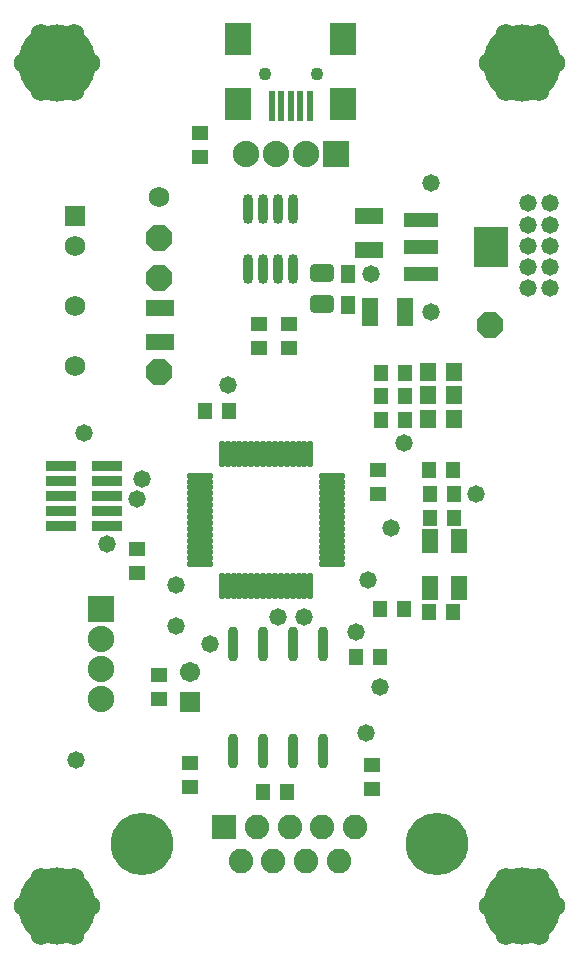
<source format=gts>
G04 Layer_Color=20142*
%FSAX24Y24*%
%MOIN*%
G70*
G01*
G75*
%ADD58R,0.0980X0.0530*%
%ADD59R,0.0530X0.0980*%
%ADD60R,0.0552X0.0789*%
%ADD61R,0.0480X0.0580*%
%ADD62O,0.0356X0.0986*%
%ADD63R,0.0580X0.0480*%
%ADD64O,0.0356X0.1163*%
%ADD65O,0.0907X0.0198*%
%ADD66O,0.0198X0.0907*%
%ADD67R,0.1025X0.0379*%
%ADD68R,0.0247X0.1034*%
%ADD69R,0.0867X0.1064*%
G04:AMPARAMS|DCode=70|XSize=76.9mil|YSize=57.2mil|CornerRadius=8.9mil|HoleSize=0mil|Usage=FLASHONLY|Rotation=180.000|XOffset=0mil|YOffset=0mil|HoleType=Round|Shape=RoundedRectangle|*
%AMROUNDEDRECTD70*
21,1,0.0769,0.0394,0,0,180.0*
21,1,0.0591,0.0572,0,0,180.0*
1,1,0.0178,-0.0295,0.0197*
1,1,0.0178,0.0295,0.0197*
1,1,0.0178,0.0295,-0.0197*
1,1,0.0178,-0.0295,-0.0197*
%
%ADD70ROUNDEDRECTD70*%
%ADD71R,0.0533X0.0592*%
%ADD72R,0.0474X0.0631*%
%ADD73R,0.1143X0.1379*%
%ADD74R,0.1143X0.0474*%
%ADD75C,0.0680*%
%ADD76C,0.2580*%
%ADD77P,0.0953X8X22.5*%
%ADD78C,0.0880*%
%ADD79R,0.0880X0.0880*%
%ADD80R,0.0880X0.0880*%
%ADD81R,0.0680X0.0680*%
%ADD82P,0.0953X8X112.5*%
%ADD83C,0.0671*%
%ADD84R,0.0671X0.0671*%
%ADD85C,0.0434*%
%ADD86C,0.0820*%
%ADD87R,0.0820X0.0820*%
%ADD88C,0.2080*%
%ADD89C,0.0580*%
D58*
X025551Y031643D02*
D03*
Y030488D02*
D03*
X032520Y034714D02*
D03*
Y033559D02*
D03*
D59*
X033730Y031496D02*
D03*
X032575D02*
D03*
D60*
X035512Y023858D02*
D03*
Y022283D02*
D03*
X034567Y023858D02*
D03*
Y022283D02*
D03*
D61*
X035346Y024646D02*
D03*
X034546D02*
D03*
X034536Y021496D02*
D03*
X035336D02*
D03*
X028994Y015512D02*
D03*
X029794D02*
D03*
X032905Y020000D02*
D03*
X032105D02*
D03*
X035346Y025433D02*
D03*
X034546D02*
D03*
X034536Y026220D02*
D03*
X035336D02*
D03*
X027865Y028189D02*
D03*
X027065D02*
D03*
X033731Y027913D02*
D03*
X032931D02*
D03*
X033713Y028682D02*
D03*
X032913D02*
D03*
X033713Y029469D02*
D03*
X032913D02*
D03*
X033692Y021614D02*
D03*
X032892D02*
D03*
D62*
X030002Y034941D02*
D03*
X029502D02*
D03*
X029002D02*
D03*
X028502D02*
D03*
X030002Y032933D02*
D03*
X029502D02*
D03*
X029002D02*
D03*
X028502D02*
D03*
D63*
X026575Y015678D02*
D03*
Y016478D02*
D03*
X032835Y025442D02*
D03*
Y026242D02*
D03*
X025512Y018591D02*
D03*
Y019391D02*
D03*
X028858Y030294D02*
D03*
Y031094D02*
D03*
X029843Y030294D02*
D03*
Y031094D02*
D03*
X026890Y036662D02*
D03*
Y037462D02*
D03*
X032638Y016409D02*
D03*
Y015609D02*
D03*
X024803Y023613D02*
D03*
Y022813D02*
D03*
D64*
X027988Y016880D02*
D03*
X028988D02*
D03*
X029988D02*
D03*
X030988D02*
D03*
X027988Y020443D02*
D03*
X028988D02*
D03*
X029988D02*
D03*
X030988D02*
D03*
D65*
X031299Y023091D02*
D03*
Y023287D02*
D03*
Y023484D02*
D03*
Y023681D02*
D03*
Y023878D02*
D03*
Y024075D02*
D03*
Y024272D02*
D03*
Y024469D02*
D03*
Y024665D02*
D03*
Y024862D02*
D03*
Y025059D02*
D03*
Y025256D02*
D03*
Y025453D02*
D03*
Y025650D02*
D03*
Y025846D02*
D03*
Y026043D02*
D03*
X026890D02*
D03*
Y025846D02*
D03*
Y025650D02*
D03*
Y025453D02*
D03*
Y025256D02*
D03*
Y025059D02*
D03*
Y024862D02*
D03*
Y024665D02*
D03*
Y024469D02*
D03*
Y024272D02*
D03*
Y024075D02*
D03*
Y023878D02*
D03*
Y023681D02*
D03*
Y023484D02*
D03*
Y023287D02*
D03*
Y023091D02*
D03*
D66*
X030571Y026772D02*
D03*
X030374D02*
D03*
X030177D02*
D03*
X029980D02*
D03*
X029783D02*
D03*
X029587D02*
D03*
X029390D02*
D03*
X029193D02*
D03*
X028996D02*
D03*
X028799D02*
D03*
X028602D02*
D03*
X028406D02*
D03*
X028209D02*
D03*
X028012D02*
D03*
X027815D02*
D03*
X027618D02*
D03*
Y022362D02*
D03*
X027815D02*
D03*
X028012D02*
D03*
X028209D02*
D03*
X028406D02*
D03*
X028602D02*
D03*
X028799D02*
D03*
X028996D02*
D03*
X029193D02*
D03*
X029390D02*
D03*
X029587D02*
D03*
X029783D02*
D03*
X029980D02*
D03*
X030177D02*
D03*
X030374D02*
D03*
X030571D02*
D03*
D67*
X022261Y026354D02*
D03*
Y025854D02*
D03*
Y025354D02*
D03*
Y024854D02*
D03*
Y024354D02*
D03*
X023797Y026354D02*
D03*
Y025854D02*
D03*
Y025354D02*
D03*
Y024854D02*
D03*
Y024354D02*
D03*
D68*
X029291Y038366D02*
D03*
X029606D02*
D03*
X029921D02*
D03*
X030236D02*
D03*
X030551D02*
D03*
D69*
X028169Y038445D02*
D03*
Y040610D02*
D03*
X031673D02*
D03*
Y038445D02*
D03*
D70*
X030945Y032795D02*
D03*
Y031772D02*
D03*
D71*
X035364Y027934D02*
D03*
X034478D02*
D03*
Y029509D02*
D03*
X035364D02*
D03*
X034478Y028721D02*
D03*
X035364D02*
D03*
D72*
X031811Y031732D02*
D03*
Y032756D02*
D03*
D73*
X036594Y033661D02*
D03*
D74*
X034272Y032756D02*
D03*
Y033661D02*
D03*
Y034567D02*
D03*
D75*
X021576Y012646D02*
D03*
X022676D02*
D03*
X023226Y011693D02*
D03*
X022676Y010740D02*
D03*
X021576D02*
D03*
X021026Y011693D02*
D03*
X037088Y012646D02*
D03*
X038188D02*
D03*
X038738Y011693D02*
D03*
X038188Y010740D02*
D03*
X037088D02*
D03*
X036538Y011693D02*
D03*
X037088Y040756D02*
D03*
X038188D02*
D03*
X038738Y039803D02*
D03*
X038188Y038851D02*
D03*
X037088D02*
D03*
X036538Y039803D02*
D03*
X021576Y040756D02*
D03*
X022676D02*
D03*
X023226Y039803D02*
D03*
X022676Y038851D02*
D03*
X021576D02*
D03*
X021026Y039803D02*
D03*
X022717Y033685D02*
D03*
Y031685D02*
D03*
Y029685D02*
D03*
X025512Y035315D02*
D03*
D76*
X022126Y011693D02*
D03*
X037638D02*
D03*
Y039803D02*
D03*
X022126D02*
D03*
D77*
X025512Y029488D02*
D03*
X036575Y031063D02*
D03*
D78*
X028417Y036772D02*
D03*
X029417D02*
D03*
X030417D02*
D03*
X023583Y018614D02*
D03*
Y019614D02*
D03*
Y020614D02*
D03*
D79*
X031417Y036772D02*
D03*
D80*
X023583Y021614D02*
D03*
D81*
X022717Y034685D02*
D03*
D82*
X025512Y033976D02*
D03*
Y032638D02*
D03*
D83*
X026575Y019504D02*
D03*
D84*
Y018504D02*
D03*
D85*
X030787Y039429D02*
D03*
X029055D02*
D03*
D86*
X032063Y014331D02*
D03*
X030972D02*
D03*
X029882D02*
D03*
X028791D02*
D03*
X031518Y013213D02*
D03*
X030427D02*
D03*
X029337D02*
D03*
X028246D02*
D03*
D87*
X027701Y014331D02*
D03*
D88*
X034803Y013772D02*
D03*
X024961D02*
D03*
D89*
X030374Y021319D02*
D03*
X029488D02*
D03*
X027234Y020443D02*
D03*
X026102Y021024D02*
D03*
Y022402D02*
D03*
X023797Y023758D02*
D03*
X033268Y024291D02*
D03*
X032480Y022559D02*
D03*
X032598Y032756D02*
D03*
X038543Y032283D02*
D03*
Y032992D02*
D03*
Y033701D02*
D03*
Y034409D02*
D03*
Y035118D02*
D03*
X037835D02*
D03*
Y034409D02*
D03*
Y033701D02*
D03*
Y032992D02*
D03*
Y032283D02*
D03*
X034606Y031496D02*
D03*
Y035787D02*
D03*
X036102Y025433D02*
D03*
X033701Y027126D02*
D03*
X032087Y020827D02*
D03*
X023031Y027480D02*
D03*
X032905Y019007D02*
D03*
X032441Y017480D02*
D03*
X024961Y025945D02*
D03*
X024803Y025276D02*
D03*
X027835Y029055D02*
D03*
X022756Y016575D02*
D03*
M02*

</source>
